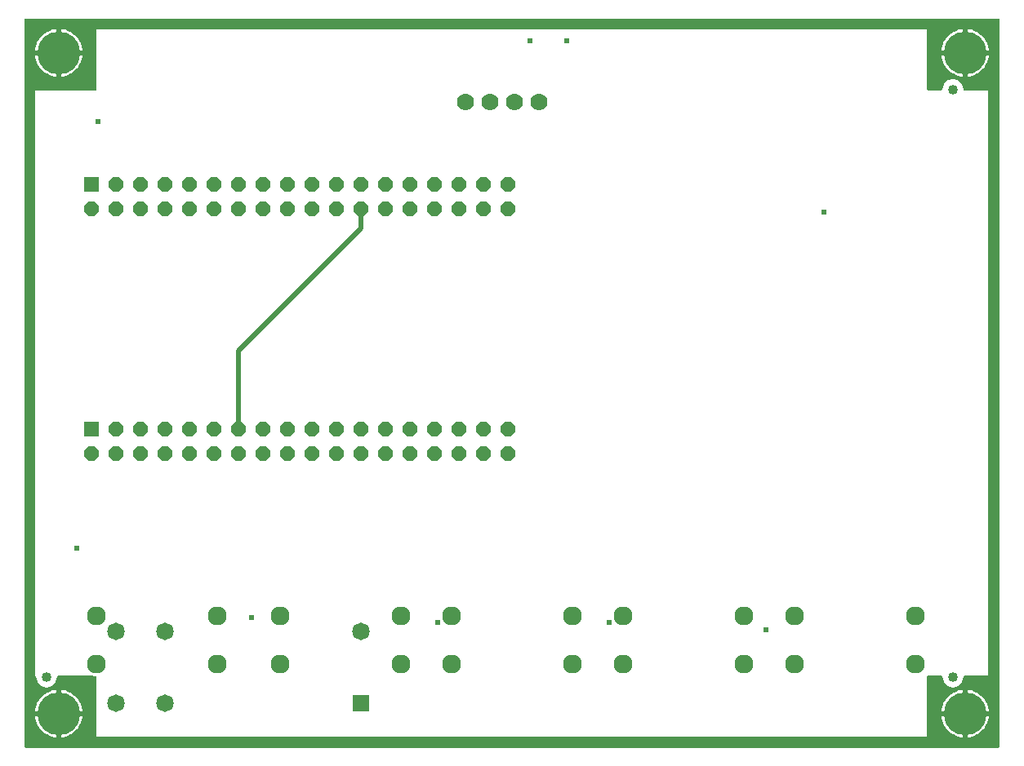
<source format=gbr>
G04 EAGLE Gerber RS-274X export*
G75*
%MOMM*%
%FSLAX34Y34*%
%LPD*%
%INBottom Copper*%
%IPPOS*%
%AMOC8*
5,1,8,0,0,1.08239X$1,22.5*%
G01*
%ADD10C,1.016000*%
%ADD11C,1.820000*%
%ADD12R,1.820000X1.820000*%
%ADD13C,4.445000*%
%ADD14C,1.960000*%
%ADD15C,1.778000*%
%ADD16R,1.524000X1.524000*%
%ADD17P,1.649562X8X22.500000*%
%ADD18C,0.609600*%
%ADD19C,0.508000*%

G36*
X1013444Y758308D02*
X1013444Y758308D01*
X1013437Y758427D01*
X1013424Y758465D01*
X1013419Y758506D01*
X1013376Y758616D01*
X1013339Y758729D01*
X1013317Y758764D01*
X1013302Y758801D01*
X1013233Y758897D01*
X1013169Y758998D01*
X1013139Y759026D01*
X1013116Y759059D01*
X1013024Y759135D01*
X1012937Y759216D01*
X1012902Y759236D01*
X1012871Y759261D01*
X1012763Y759312D01*
X1012659Y759370D01*
X1012619Y759380D01*
X1012583Y759397D01*
X1012466Y759419D01*
X1012351Y759449D01*
X1012291Y759453D01*
X1012271Y759457D01*
X1012250Y759455D01*
X1012190Y759459D01*
X3810Y759459D01*
X3692Y759444D01*
X3573Y759437D01*
X3535Y759424D01*
X3494Y759419D01*
X3384Y759376D01*
X3271Y759339D01*
X3236Y759317D01*
X3199Y759302D01*
X3103Y759233D01*
X3002Y759169D01*
X2974Y759139D01*
X2941Y759116D01*
X2865Y759024D01*
X2784Y758937D01*
X2764Y758902D01*
X2739Y758871D01*
X2688Y758763D01*
X2630Y758659D01*
X2620Y758619D01*
X2603Y758583D01*
X2581Y758466D01*
X2551Y758351D01*
X2547Y758291D01*
X2543Y758271D01*
X2545Y758250D01*
X2541Y758190D01*
X2541Y3810D01*
X2556Y3692D01*
X2563Y3573D01*
X2576Y3535D01*
X2581Y3494D01*
X2624Y3384D01*
X2661Y3271D01*
X2683Y3236D01*
X2698Y3199D01*
X2767Y3103D01*
X2831Y3002D01*
X2861Y2974D01*
X2884Y2941D01*
X2976Y2865D01*
X3063Y2784D01*
X3098Y2764D01*
X3129Y2739D01*
X3237Y2688D01*
X3341Y2630D01*
X3381Y2620D01*
X3417Y2603D01*
X3534Y2581D01*
X3649Y2551D01*
X3709Y2547D01*
X3729Y2543D01*
X3750Y2545D01*
X3810Y2541D01*
X1012190Y2541D01*
X1012308Y2556D01*
X1012427Y2563D01*
X1012465Y2576D01*
X1012506Y2581D01*
X1012616Y2624D01*
X1012729Y2661D01*
X1012764Y2683D01*
X1012801Y2698D01*
X1012897Y2767D01*
X1012998Y2831D01*
X1013026Y2861D01*
X1013059Y2884D01*
X1013135Y2976D01*
X1013216Y3063D01*
X1013236Y3098D01*
X1013261Y3129D01*
X1013312Y3237D01*
X1013370Y3341D01*
X1013380Y3381D01*
X1013397Y3417D01*
X1013419Y3534D01*
X1013449Y3649D01*
X1013453Y3709D01*
X1013457Y3729D01*
X1013455Y3750D01*
X1013459Y3810D01*
X1013459Y758190D01*
X1013444Y758308D01*
G37*
%LPC*%
G36*
X76200Y684531D02*
X76200Y684531D01*
X76318Y684546D01*
X76437Y684553D01*
X76475Y684566D01*
X76516Y684571D01*
X76626Y684614D01*
X76739Y684651D01*
X76774Y684673D01*
X76811Y684688D01*
X76907Y684758D01*
X77008Y684821D01*
X77036Y684851D01*
X77069Y684874D01*
X77145Y684966D01*
X77226Y685053D01*
X77246Y685088D01*
X77271Y685119D01*
X77322Y685227D01*
X77380Y685331D01*
X77390Y685371D01*
X77407Y685407D01*
X77429Y685524D01*
X77459Y685639D01*
X77463Y685700D01*
X77467Y685720D01*
X77465Y685740D01*
X77469Y685800D01*
X77469Y748031D01*
X938531Y748031D01*
X938531Y685800D01*
X938546Y685682D01*
X938553Y685563D01*
X938566Y685525D01*
X938571Y685484D01*
X938614Y685374D01*
X938651Y685261D01*
X938673Y685226D01*
X938688Y685189D01*
X938758Y685093D01*
X938821Y684992D01*
X938851Y684964D01*
X938874Y684931D01*
X938966Y684856D01*
X939053Y684774D01*
X939088Y684754D01*
X939119Y684729D01*
X939227Y684678D01*
X939331Y684620D01*
X939371Y684610D01*
X939407Y684593D01*
X939524Y684571D01*
X939639Y684541D01*
X939700Y684537D01*
X939720Y684533D01*
X939740Y684535D01*
X939800Y684531D01*
X952822Y684531D01*
X952934Y684545D01*
X953046Y684551D01*
X953091Y684565D01*
X953138Y684571D01*
X953242Y684612D01*
X953350Y684645D01*
X953390Y684670D01*
X953434Y684688D01*
X953524Y684754D01*
X953620Y684813D01*
X953653Y684847D01*
X953691Y684874D01*
X953763Y684961D01*
X953840Y685042D01*
X953864Y685083D01*
X953894Y685119D01*
X953942Y685221D01*
X953997Y685319D01*
X954020Y685388D01*
X954029Y685407D01*
X954033Y685425D01*
X954048Y685472D01*
X955619Y691332D01*
X959668Y695381D01*
X965200Y696864D01*
X970732Y695381D01*
X974781Y691332D01*
X976352Y685472D01*
X976394Y685367D01*
X976429Y685261D01*
X976454Y685221D01*
X976472Y685177D01*
X976539Y685087D01*
X976599Y684992D01*
X976633Y684960D01*
X976661Y684922D01*
X976749Y684851D01*
X976831Y684774D01*
X976872Y684751D01*
X976908Y684722D01*
X977011Y684675D01*
X977109Y684620D01*
X977155Y684609D01*
X977198Y684589D01*
X977308Y684569D01*
X977417Y684541D01*
X977489Y684536D01*
X977511Y684533D01*
X977529Y684534D01*
X977578Y684531D01*
X1002031Y684531D01*
X1002031Y77469D01*
X977578Y77469D01*
X977466Y77455D01*
X977354Y77449D01*
X977348Y77447D01*
X977341Y77447D01*
X977302Y77434D01*
X977262Y77429D01*
X977157Y77388D01*
X977050Y77355D01*
X977045Y77351D01*
X977038Y77349D01*
X977004Y77327D01*
X976966Y77312D01*
X976875Y77246D01*
X976780Y77187D01*
X976775Y77182D01*
X976770Y77179D01*
X976742Y77149D01*
X976709Y77126D01*
X976637Y77039D01*
X976560Y76958D01*
X976556Y76952D01*
X976552Y76947D01*
X976532Y76912D01*
X976506Y76881D01*
X976458Y76779D01*
X976403Y76681D01*
X976400Y76672D01*
X976398Y76669D01*
X976395Y76658D01*
X976380Y76612D01*
X976371Y76593D01*
X976367Y76575D01*
X976352Y76528D01*
X974781Y70668D01*
X970732Y66619D01*
X965200Y65136D01*
X959668Y66619D01*
X955619Y70668D01*
X954048Y76528D01*
X954006Y76632D01*
X953971Y76739D01*
X953950Y76774D01*
X953935Y76811D01*
X953931Y76817D01*
X953928Y76823D01*
X953861Y76913D01*
X953801Y77008D01*
X953772Y77036D01*
X953748Y77069D01*
X953743Y77073D01*
X953739Y77078D01*
X953652Y77149D01*
X953569Y77226D01*
X953534Y77246D01*
X953503Y77271D01*
X953497Y77274D01*
X953492Y77278D01*
X953390Y77325D01*
X953291Y77380D01*
X953252Y77390D01*
X953215Y77407D01*
X953208Y77408D01*
X953202Y77411D01*
X953092Y77431D01*
X952983Y77459D01*
X952923Y77463D01*
X952903Y77467D01*
X952896Y77466D01*
X952889Y77467D01*
X952871Y77466D01*
X952822Y77469D01*
X939800Y77469D01*
X939682Y77454D01*
X939563Y77447D01*
X939525Y77434D01*
X939484Y77429D01*
X939374Y77386D01*
X939261Y77349D01*
X939226Y77327D01*
X939189Y77312D01*
X939093Y77243D01*
X938992Y77179D01*
X938964Y77149D01*
X938931Y77126D01*
X938856Y77034D01*
X938774Y76947D01*
X938754Y76912D01*
X938729Y76881D01*
X938678Y76773D01*
X938620Y76669D01*
X938610Y76629D01*
X938593Y76593D01*
X938571Y76476D01*
X938541Y76361D01*
X938537Y76301D01*
X938533Y76281D01*
X938535Y76260D01*
X938531Y76200D01*
X938531Y13969D01*
X77469Y13969D01*
X77469Y75690D01*
X77454Y75808D01*
X77447Y75927D01*
X77434Y75965D01*
X77429Y76006D01*
X77386Y76116D01*
X77349Y76229D01*
X77327Y76264D01*
X77312Y76301D01*
X77243Y76397D01*
X77179Y76498D01*
X77149Y76526D01*
X77126Y76559D01*
X77034Y76635D01*
X76947Y76716D01*
X76912Y76736D01*
X76881Y76761D01*
X76773Y76812D01*
X76669Y76870D01*
X76629Y76880D01*
X76593Y76897D01*
X76476Y76919D01*
X76361Y76949D01*
X76301Y76953D01*
X76281Y76957D01*
X76260Y76955D01*
X76200Y76959D01*
X74745Y76959D01*
X73747Y77373D01*
X73738Y77375D01*
X73730Y77380D01*
X73586Y77417D01*
X73441Y77457D01*
X73431Y77457D01*
X73422Y77459D01*
X73262Y77469D01*
X37778Y77469D01*
X37666Y77455D01*
X37554Y77449D01*
X37509Y77435D01*
X37462Y77429D01*
X37358Y77388D01*
X37250Y77355D01*
X37210Y77330D01*
X37166Y77312D01*
X37076Y77247D01*
X36980Y77187D01*
X36947Y77153D01*
X36909Y77126D01*
X36837Y77039D01*
X36760Y76958D01*
X36736Y76917D01*
X36706Y76881D01*
X36658Y76779D01*
X36603Y76681D01*
X36580Y76612D01*
X36571Y76593D01*
X36567Y76575D01*
X36552Y76529D01*
X34981Y70668D01*
X30932Y66619D01*
X25400Y65136D01*
X19868Y66619D01*
X15819Y70668D01*
X14248Y76528D01*
X14206Y76632D01*
X14171Y76739D01*
X14150Y76774D01*
X14135Y76811D01*
X14131Y76817D01*
X14128Y76823D01*
X14061Y76913D01*
X14001Y77008D01*
X13972Y77036D01*
X13969Y77039D01*
X13969Y684531D01*
X76200Y684531D01*
G37*
%LPD*%
%LPC*%
G36*
X40639Y726439D02*
X40639Y726439D01*
X40639Y748536D01*
X42255Y748354D01*
X44967Y747735D01*
X47592Y746817D01*
X50099Y745610D01*
X52454Y744130D01*
X54629Y742395D01*
X56595Y740429D01*
X58330Y738254D01*
X59810Y735899D01*
X61017Y733392D01*
X61935Y730767D01*
X62554Y728055D01*
X62736Y726439D01*
X40639Y726439D01*
G37*
%LPD*%
%LPC*%
G36*
X980439Y726439D02*
X980439Y726439D01*
X980439Y748536D01*
X982055Y748354D01*
X984767Y747735D01*
X987392Y746817D01*
X989899Y745610D01*
X992254Y744130D01*
X994429Y742395D01*
X996395Y740429D01*
X998130Y738254D01*
X999610Y735899D01*
X1000817Y733392D01*
X1001735Y730767D01*
X1002354Y728055D01*
X1002536Y726439D01*
X980439Y726439D01*
G37*
%LPD*%
%LPC*%
G36*
X40639Y40639D02*
X40639Y40639D01*
X40639Y62736D01*
X42255Y62554D01*
X44967Y61935D01*
X47592Y61017D01*
X50099Y59810D01*
X52454Y58330D01*
X54629Y56595D01*
X56595Y54629D01*
X58330Y52454D01*
X59810Y50099D01*
X61017Y47592D01*
X61935Y44967D01*
X62554Y42255D01*
X62736Y40639D01*
X40639Y40639D01*
G37*
%LPD*%
%LPC*%
G36*
X980439Y40639D02*
X980439Y40639D01*
X980439Y62736D01*
X982055Y62554D01*
X984767Y61935D01*
X987392Y61017D01*
X989899Y59810D01*
X992254Y58330D01*
X994429Y56595D01*
X996395Y54629D01*
X998130Y52454D01*
X999610Y50099D01*
X1000817Y47592D01*
X1001735Y44967D01*
X1002354Y42255D01*
X1002536Y40639D01*
X980439Y40639D01*
G37*
%LPD*%
%LPC*%
G36*
X13464Y726439D02*
X13464Y726439D01*
X13646Y728055D01*
X14265Y730767D01*
X15183Y733392D01*
X16390Y735899D01*
X17870Y738254D01*
X19605Y740429D01*
X21571Y742395D01*
X23746Y744130D01*
X26101Y745610D01*
X28608Y746817D01*
X31233Y747735D01*
X33945Y748354D01*
X35561Y748536D01*
X35561Y726439D01*
X13464Y726439D01*
G37*
%LPD*%
%LPC*%
G36*
X953264Y726439D02*
X953264Y726439D01*
X953446Y728055D01*
X954065Y730767D01*
X954983Y733392D01*
X956190Y735899D01*
X957670Y738254D01*
X959405Y740429D01*
X961371Y742395D01*
X963546Y744130D01*
X965901Y745610D01*
X968408Y746817D01*
X971033Y747735D01*
X973745Y748354D01*
X975361Y748536D01*
X975361Y726439D01*
X953264Y726439D01*
G37*
%LPD*%
%LPC*%
G36*
X40639Y721361D02*
X40639Y721361D01*
X62736Y721361D01*
X62554Y719745D01*
X61935Y717033D01*
X61017Y714408D01*
X59810Y711901D01*
X58330Y709546D01*
X56595Y707371D01*
X54629Y705405D01*
X52454Y703670D01*
X50099Y702190D01*
X47592Y700983D01*
X44967Y700065D01*
X42255Y699446D01*
X40639Y699264D01*
X40639Y721361D01*
G37*
%LPD*%
%LPC*%
G36*
X980439Y721361D02*
X980439Y721361D01*
X1002536Y721361D01*
X1002354Y719745D01*
X1001735Y717033D01*
X1000817Y714408D01*
X999610Y711901D01*
X998130Y709546D01*
X996395Y707371D01*
X994429Y705405D01*
X992254Y703670D01*
X989899Y702190D01*
X987392Y700983D01*
X984767Y700065D01*
X982055Y699446D01*
X980439Y699264D01*
X980439Y721361D01*
G37*
%LPD*%
%LPC*%
G36*
X13464Y40639D02*
X13464Y40639D01*
X13646Y42255D01*
X14265Y44967D01*
X15183Y47592D01*
X16390Y50099D01*
X17870Y52454D01*
X19605Y54629D01*
X21571Y56595D01*
X23746Y58330D01*
X26101Y59810D01*
X28608Y61017D01*
X31233Y61935D01*
X33945Y62554D01*
X35561Y62736D01*
X35561Y40639D01*
X13464Y40639D01*
G37*
%LPD*%
%LPC*%
G36*
X953264Y40639D02*
X953264Y40639D01*
X953446Y42255D01*
X954065Y44967D01*
X954983Y47592D01*
X956190Y50099D01*
X957670Y52454D01*
X959405Y54629D01*
X961371Y56595D01*
X963546Y58330D01*
X965901Y59810D01*
X968408Y61017D01*
X971033Y61935D01*
X973745Y62554D01*
X975361Y62736D01*
X975361Y40639D01*
X953264Y40639D01*
G37*
%LPD*%
%LPC*%
G36*
X980439Y35561D02*
X980439Y35561D01*
X1002536Y35561D01*
X1002354Y33945D01*
X1001735Y31233D01*
X1000817Y28608D01*
X999610Y26101D01*
X998130Y23746D01*
X996395Y21571D01*
X994429Y19605D01*
X992254Y17870D01*
X989899Y16390D01*
X987392Y15183D01*
X984767Y14265D01*
X982055Y13646D01*
X980439Y13464D01*
X980439Y35561D01*
G37*
%LPD*%
%LPC*%
G36*
X40639Y35561D02*
X40639Y35561D01*
X62736Y35561D01*
X62554Y33945D01*
X61935Y31233D01*
X61017Y28608D01*
X59810Y26101D01*
X58330Y23746D01*
X56595Y21571D01*
X54629Y19605D01*
X52454Y17870D01*
X50099Y16390D01*
X47592Y15183D01*
X44967Y14265D01*
X42255Y13646D01*
X40639Y13464D01*
X40639Y35561D01*
G37*
%LPD*%
%LPC*%
G36*
X33945Y699446D02*
X33945Y699446D01*
X31233Y700065D01*
X28608Y700983D01*
X26101Y702190D01*
X23746Y703670D01*
X21571Y705405D01*
X19605Y707371D01*
X17870Y709546D01*
X16390Y711901D01*
X15183Y714408D01*
X14265Y717033D01*
X13646Y719745D01*
X13464Y721361D01*
X35561Y721361D01*
X35561Y699264D01*
X33945Y699446D01*
G37*
%LPD*%
%LPC*%
G36*
X973745Y699446D02*
X973745Y699446D01*
X971033Y700065D01*
X968408Y700983D01*
X965901Y702190D01*
X963546Y703670D01*
X961371Y705405D01*
X959405Y707371D01*
X957670Y709546D01*
X956190Y711901D01*
X954983Y714408D01*
X954065Y717033D01*
X953446Y719745D01*
X953264Y721361D01*
X975361Y721361D01*
X975361Y699264D01*
X973745Y699446D01*
G37*
%LPD*%
%LPC*%
G36*
X973745Y13646D02*
X973745Y13646D01*
X971033Y14265D01*
X968408Y15183D01*
X965901Y16390D01*
X963546Y17870D01*
X961371Y19605D01*
X959405Y21571D01*
X957670Y23746D01*
X956190Y26101D01*
X954983Y28608D01*
X954065Y31233D01*
X953446Y33945D01*
X953264Y35561D01*
X975361Y35561D01*
X975361Y13464D01*
X973745Y13646D01*
G37*
%LPD*%
%LPC*%
G36*
X33945Y13646D02*
X33945Y13646D01*
X31233Y14265D01*
X28608Y15183D01*
X26101Y16390D01*
X23746Y17870D01*
X21571Y19605D01*
X19605Y21571D01*
X17870Y23746D01*
X16390Y26101D01*
X15183Y28608D01*
X14265Y31233D01*
X13646Y33945D01*
X13464Y35561D01*
X35561Y35561D01*
X35561Y13464D01*
X33945Y13646D01*
G37*
%LPD*%
%LPC*%
G36*
X977899Y723899D02*
X977899Y723899D01*
X977899Y723901D01*
X977901Y723901D01*
X977901Y723899D01*
X977899Y723899D01*
G37*
%LPD*%
%LPC*%
G36*
X38099Y723899D02*
X38099Y723899D01*
X38099Y723901D01*
X38101Y723901D01*
X38101Y723899D01*
X38099Y723899D01*
G37*
%LPD*%
%LPC*%
G36*
X977899Y38099D02*
X977899Y38099D01*
X977899Y38101D01*
X977901Y38101D01*
X977901Y38099D01*
X977899Y38099D01*
G37*
%LPD*%
%LPC*%
G36*
X38099Y38099D02*
X38099Y38099D01*
X38099Y38101D01*
X38101Y38101D01*
X38101Y38099D01*
X38099Y38099D01*
G37*
%LPD*%
D10*
X965200Y76200D03*
X965200Y685800D03*
X25400Y76200D03*
D11*
X148200Y48700D03*
X97800Y48700D03*
X148200Y123700D03*
X97800Y123700D03*
D12*
X351200Y48700D03*
D11*
X351200Y123700D03*
D13*
X977900Y38100D03*
X38100Y38100D03*
X977900Y723900D03*
X38100Y723900D03*
D14*
X202200Y139300D03*
X202200Y89300D03*
X77200Y89300D03*
X77200Y139300D03*
X392700Y139300D03*
X392700Y89300D03*
X267700Y89300D03*
X267700Y139300D03*
X570500Y139300D03*
X570500Y89300D03*
X445500Y89300D03*
X445500Y139300D03*
X748300Y139300D03*
X748300Y89300D03*
X623300Y89300D03*
X623300Y139300D03*
X926100Y139300D03*
X926100Y89300D03*
X801100Y89300D03*
X801100Y139300D03*
D15*
X535940Y673100D03*
X510540Y673100D03*
X485140Y673100D03*
X459740Y673100D03*
D16*
X71800Y587000D03*
D17*
X71800Y561600D03*
X97200Y587000D03*
X97200Y561600D03*
X122600Y587000D03*
X122600Y561600D03*
X148000Y587000D03*
X148000Y561600D03*
X173400Y587000D03*
X173400Y561600D03*
X198800Y587000D03*
X198800Y561600D03*
X224200Y587000D03*
X224200Y561600D03*
X249600Y587000D03*
X249600Y561600D03*
X275000Y587000D03*
X275000Y561600D03*
X300400Y587000D03*
X300400Y561600D03*
X325800Y587000D03*
X325800Y561600D03*
X351200Y587000D03*
X351200Y561600D03*
X376600Y587000D03*
X376600Y561600D03*
X402000Y587000D03*
X402000Y561600D03*
X427400Y587000D03*
X427400Y561600D03*
X452800Y587000D03*
X452800Y561600D03*
X478200Y587000D03*
X478200Y561600D03*
X503600Y587000D03*
X503600Y561600D03*
D16*
X71800Y333000D03*
D17*
X71800Y307600D03*
X97200Y333000D03*
X97200Y307600D03*
X122600Y333000D03*
X122600Y307600D03*
X148000Y333000D03*
X148000Y307600D03*
X173400Y333000D03*
X173400Y307600D03*
X198800Y333000D03*
X198800Y307600D03*
X224200Y333000D03*
X224200Y307600D03*
X249600Y333000D03*
X249600Y307600D03*
X275000Y333000D03*
X275000Y307600D03*
X300400Y333000D03*
X300400Y307600D03*
X325800Y333000D03*
X325800Y307600D03*
X351200Y333000D03*
X351200Y307600D03*
X376600Y333000D03*
X376600Y307600D03*
X402000Y333000D03*
X402000Y307600D03*
X427400Y333000D03*
X427400Y307600D03*
X452800Y333000D03*
X452800Y307600D03*
X478200Y333000D03*
X478200Y307600D03*
X503600Y333000D03*
X503600Y307600D03*
D18*
X527050Y736600D03*
X565150Y736600D03*
X57150Y209550D03*
X237704Y137374D03*
X430744Y132294D03*
X608544Y132294D03*
X771104Y124674D03*
X831850Y558800D03*
X78740Y652780D03*
D19*
X224200Y414700D02*
X224200Y333000D01*
X351200Y541700D02*
X351200Y561600D01*
X351200Y541700D02*
X224200Y414700D01*
M02*

</source>
